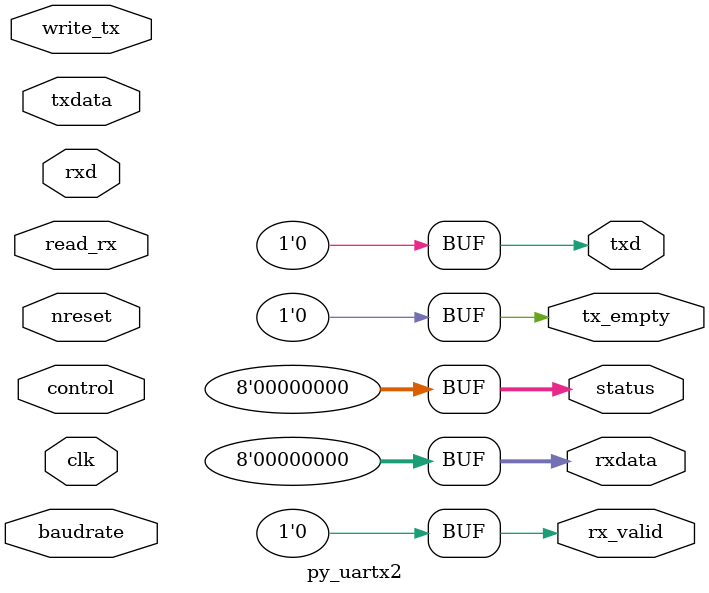
<source format=v>
module py_uartx2 (
     input [15:0] baudrate
    ,input    clk
    ,input [7:0] control
    ,input    nreset
    ,input    read_rx
    ,input    rxd
    ,input [7:0] txdata
    ,input    write_tx
    ,output reg    rx_valid
    ,output reg [7:0] rxdata
    ,output reg [7:0] status
    ,output reg    tx_empty
    ,output reg    txd
);
initial begin
    rx_valid = 0;
    rxdata = 0;
    status = 0;
    tx_empty = 0;
    txd = 0;
end
endmodule

</source>
